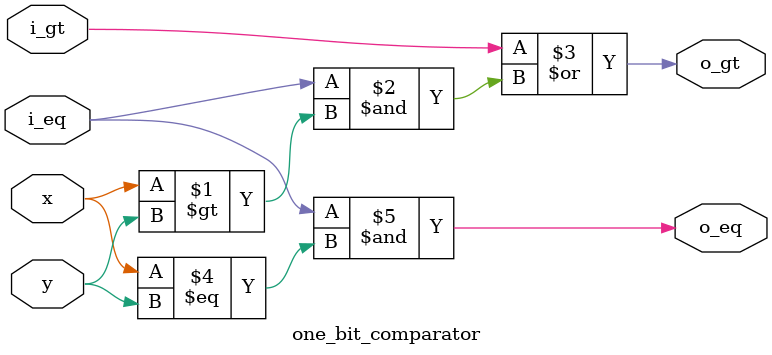
<source format=v>
module one_bit_comparator (
    input i_gt,
    input i_eq,
    input x,
    input y,
    output o_gt,
    output o_eq
);
    assign o_gt = i_gt | (i_eq & (x > y));
    assign o_eq = i_eq & (x == y);
endmodule
</source>
